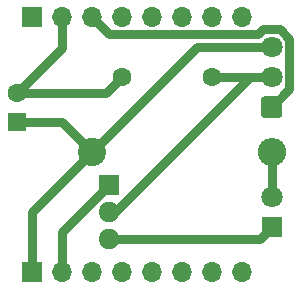
<source format=gbr>
%TF.GenerationSoftware,KiCad,Pcbnew,(5.1.7)-1*%
%TF.CreationDate,2020-10-30T16:09:29+01:00*%
%TF.ProjectId,RcOid,52634f69-642e-46b6-9963-61645f706362,rev?*%
%TF.SameCoordinates,Original*%
%TF.FileFunction,Copper,L2,Bot*%
%TF.FilePolarity,Positive*%
%FSLAX46Y46*%
G04 Gerber Fmt 4.6, Leading zero omitted, Abs format (unit mm)*
G04 Created by KiCad (PCBNEW (5.1.7)-1) date 2020-10-30 16:09:29*
%MOMM*%
%LPD*%
G01*
G04 APERTURE LIST*
%TA.AperFunction,ComponentPad*%
%ADD10R,1.800000X1.717500*%
%TD*%
%TA.AperFunction,ComponentPad*%
%ADD11O,1.800000X1.717500*%
%TD*%
%TA.AperFunction,ComponentPad*%
%ADD12C,1.600000*%
%TD*%
%TA.AperFunction,ComponentPad*%
%ADD13R,1.600000X1.600000*%
%TD*%
%TA.AperFunction,ComponentPad*%
%ADD14R,1.800000X1.800000*%
%TD*%
%TA.AperFunction,ComponentPad*%
%ADD15C,1.800000*%
%TD*%
%TA.AperFunction,ComponentPad*%
%ADD16R,1.700000X1.700000*%
%TD*%
%TA.AperFunction,ComponentPad*%
%ADD17O,1.700000X1.700000*%
%TD*%
%TA.AperFunction,ComponentPad*%
%ADD18C,2.400000*%
%TD*%
%TA.AperFunction,ComponentPad*%
%ADD19O,2.400000X2.400000*%
%TD*%
%TA.AperFunction,ViaPad*%
%ADD20C,1.600000*%
%TD*%
%TA.AperFunction,Conductor*%
%ADD21C,0.800000*%
%TD*%
G04 APERTURE END LIST*
D10*
%TO.P,Q1,1*%
%TO.N,Net-(J2-Pad2)*%
X136076667Y-108200000D03*
D11*
%TO.P,Q1,2*%
%TO.N,GND*%
X136076667Y-110490000D03*
%TO.P,Q1,3*%
%TO.N,Net-(D1-Pad1)*%
X136076667Y-112780000D03*
%TD*%
D12*
%TO.P,C1,2*%
%TO.N,GND*%
X128270000Y-100370000D03*
D13*
%TO.P,C1,1*%
%TO.N,+3V3*%
X128270000Y-102870000D03*
%TD*%
D14*
%TO.P,D1,1*%
%TO.N,Net-(D1-Pad1)*%
X149860000Y-111760000D03*
D15*
%TO.P,D1,2*%
%TO.N,Net-(D1-Pad2)*%
X149860000Y-109220000D03*
%TD*%
D16*
%TO.P,J1,1*%
%TO.N,Net-(J1-Pad1)*%
X129540000Y-93980000D03*
D17*
%TO.P,J1,2*%
%TO.N,GND*%
X132080000Y-93980000D03*
%TO.P,J1,3*%
%TO.N,Net-(J1-Pad3)*%
X134620000Y-93980000D03*
%TO.P,J1,4*%
%TO.N,Net-(J1-Pad4)*%
X137160000Y-93980000D03*
%TO.P,J1,5*%
%TO.N,Net-(J1-Pad5)*%
X139700000Y-93980000D03*
%TO.P,J1,6*%
%TO.N,Net-(J1-Pad6)*%
X142240000Y-93980000D03*
%TO.P,J1,7*%
%TO.N,Net-(J1-Pad7)*%
X144780000Y-93980000D03*
%TO.P,J1,8*%
%TO.N,Net-(J1-Pad8)*%
X147320000Y-93980000D03*
%TD*%
%TO.P,J2,8*%
%TO.N,Net-(J2-Pad8)*%
X147320000Y-115570000D03*
%TO.P,J2,7*%
%TO.N,Net-(J2-Pad7)*%
X144780000Y-115570000D03*
%TO.P,J2,6*%
%TO.N,Net-(J2-Pad6)*%
X142240000Y-115570000D03*
%TO.P,J2,5*%
%TO.N,Net-(J2-Pad5)*%
X139700000Y-115570000D03*
%TO.P,J2,4*%
%TO.N,Net-(J2-Pad4)*%
X137160000Y-115570000D03*
%TO.P,J2,3*%
%TO.N,Net-(J2-Pad3)*%
X134620000Y-115570000D03*
%TO.P,J2,2*%
%TO.N,Net-(J2-Pad2)*%
X132080000Y-115570000D03*
D16*
%TO.P,J2,1*%
%TO.N,+3V3*%
X129540000Y-115570000D03*
%TD*%
%TO.P,U1,1*%
%TO.N,Net-(J1-Pad3)*%
%TA.AperFunction,ComponentPad*%
G36*
G01*
X150509800Y-102500000D02*
X149210200Y-102500000D01*
G75*
G02*
X148960000Y-102249800I0J250200D01*
G01*
X148960000Y-100950200D01*
G75*
G02*
X149210200Y-100700000I250200J0D01*
G01*
X150509800Y-100700000D01*
G75*
G02*
X150760000Y-100950200I0J-250200D01*
G01*
X150760000Y-102249800D01*
G75*
G02*
X150509800Y-102500000I-250200J0D01*
G01*
G37*
%TD.AperFunction*%
D15*
%TO.P,U1,2*%
%TO.N,GND*%
X149860000Y-99060000D03*
%TO.P,U1,3*%
%TO.N,+3V3*%
X149860000Y-96520000D03*
%TD*%
D18*
%TO.P,R1,1*%
%TO.N,+3V3*%
X134620000Y-105410000D03*
D19*
%TO.P,R1,2*%
%TO.N,Net-(D1-Pad2)*%
X149860000Y-105410000D03*
%TD*%
D20*
%TO.N,GND*%
X137160000Y-99060000D03*
X144780000Y-99060000D03*
%TD*%
D21*
%TO.N,+3V3*%
X129540000Y-110490000D02*
X134620000Y-105410000D01*
X129540000Y-115570000D02*
X129540000Y-110490000D01*
X132080000Y-102870000D02*
X134620000Y-105410000D01*
X128270000Y-102870000D02*
X132080000Y-102870000D01*
X143510000Y-96520000D02*
X149860000Y-96520000D01*
X134620000Y-105410000D02*
X143510000Y-96520000D01*
%TO.N,GND*%
X132080000Y-96560000D02*
X132080000Y-93980000D01*
X128270000Y-100370000D02*
X132080000Y-96560000D01*
X148055419Y-99060000D02*
X149860000Y-99060000D01*
X136625419Y-110490000D02*
X148055419Y-99060000D01*
X136076667Y-110490000D02*
X136625419Y-110490000D01*
X128270000Y-100370000D02*
X135850000Y-100370000D01*
X135850000Y-100370000D02*
X137160000Y-99060000D01*
X144780000Y-99060000D02*
X149860000Y-99060000D01*
%TO.N,Net-(D1-Pad1)*%
X148840000Y-112780000D02*
X149860000Y-111760000D01*
X136076667Y-112780000D02*
X148840000Y-112780000D01*
%TO.N,Net-(D1-Pad2)*%
X149860000Y-105410000D02*
X149860000Y-109220000D01*
%TO.N,Net-(J1-Pad3)*%
X151360001Y-100099999D02*
X149860000Y-101600000D01*
X151360001Y-95799999D02*
X151360001Y-100099999D01*
X150580001Y-95019999D02*
X151360001Y-95799999D01*
X149139999Y-95019999D02*
X150580001Y-95019999D01*
X148729997Y-95430001D02*
X149139999Y-95019999D01*
X136070001Y-95430001D02*
X148729997Y-95430001D01*
X134620000Y-93980000D02*
X136070001Y-95430001D01*
%TO.N,Net-(J2-Pad2)*%
X132080000Y-112196667D02*
X136076667Y-108200000D01*
X132080000Y-115570000D02*
X132080000Y-112196667D01*
%TD*%
M02*

</source>
